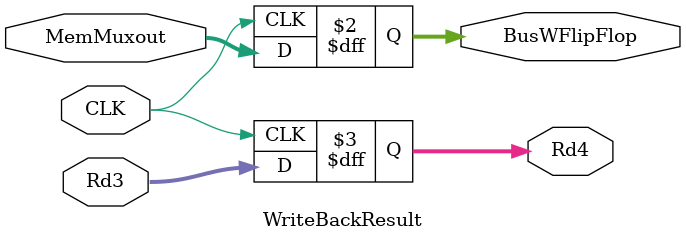
<source format=v>
`timescale 1ns / 1ps
module WriteBackResult(
		input CLK,
		input [4:0]Rd3,
		input [31:0]MemMuxout, 
		output reg[31:0]BusWFlipFlop,
		output reg [4:0]Rd4
    );
always @ (posedge CLK)begin
	BusWFlipFlop <= MemMuxout;
	Rd4 <= Rd3;
end
endmodule

</source>
